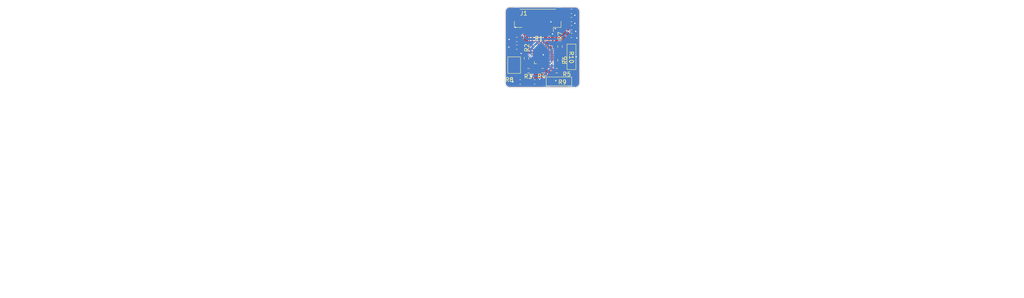
<source format=kicad_pcb>
(kicad_pcb (version 20211014) (generator pcbnew)
  (title_block (title "Geomagnetometer") (date "2022-07-09") (rev "1.0.1"))
  (layers (0 "F.Cu" signal) (31 "B.Cu" signal) (34 "B.Paste" user) (35 "F.Paste" user) (36 "B.SilkS" user "B.Silkscreen") (37 "F.SilkS" user "F.Silkscreen") (38 "B.Mask" user) (39 "F.Mask" user) (44 "Edge.Cuts" user))
  (net 0 "")
  (net 1 "+3.3VADC")
  (net 2 "GND")
  (net 3 "/CLK")
  (net 4 "/MISO")
  (net 5 "/MOSI")
  (net 6 "/CS")
  (net 7 "Net-(R1-Pad1)")
  (net 8 "Net-(R2-Pad1)")
  (net 9 "Net-(R2-Pad2)")
  (net 10 "Net-(R3-Pad1)")
  (net 11 "Net-(R3-Pad2)")
  (net 12 "Net-(R4-Pad1)")
  (net 13 "Net-(R4-Pad2)")
  (net 14 "Net-(R5-Pad1)")
  (net 15 "Net-(R5-Pad2)")
  (net 16 "Net-(R6-Pad1)")
  (net 17 "Net-(R10-Pad2)")
  (net 18 "Net-(R7-Pad1)")
  (net 19 "Net-(R10-Pad1)")
  (footprint "ControlBoard:QFN-28-1EP_4x4mm_P0.4mm_EP2.4x2.4mm" (layer "F.Cu") (at 149.32 108.16)
    (fp_text reference "U1" hide)
    (fp_text value "RM3100_13156")
    (fp_line (start -2.11 2.11) (end -2.11 1.585) (layer "F.SilkS") (width 0.12))
    (fp_line (start -1.585 2.11) (end -2.11 2.11) (layer "F.SilkS") (width 0.12))
    (fp_line (start -1.585 -2.11) (end -2.11 -2.11) (layer "F.SilkS") (width 0.12))
    (fp_line (start 2.11 2.11) (end 2.11 1.585) (layer "F.SilkS") (width 0.12))
    (fp_line (start 1.585 -2.11) (end 2.11 -2.11) (layer "F.SilkS") (width 0.12))
    (fp_line (start 2.11 -2.11) (end 2.11 -1.585) (layer "F.SilkS") (width 0.12))
    (fp_line (start 1.585 2.11) (end 2.11 2.11) (layer "F.SilkS") (width 0.12))
    (pad "1" smd roundrect (at -1.9375 -1.2) (size 0.825 0.25) (layers "F.Cu" "F.Paste" "F.Mask") (net 5 "/MOSI"))
    (pad "2" smd roundrect (at -1.9375 -0.8) (size 0.825 0.25) (layers "F.Cu" "F.Paste" "F.Mask") (net 2 "GND"))
    (pad "3" smd roundrect (at -1.9375 -0.4) (size 0.825 0.25) (layers "F.Cu" "F.Paste" "F.Mask") (net 6 "/CS"))
    (pad "4" smd roundrect (at -1.9375 0) (size 0.825 0.25) (layers "F.Cu" "F.Paste" "F.Mask") (net 1 "+3.3VADC"))
    (pad "5" smd roundrect (at -1.9375 0.4) (size 0.825 0.25) (layers "F.Cu" "F.Paste" "F.Mask") (net 2 "GND"))
    (pad "6" smd roundrect (at -1.9375 0.8) (size 0.825 0.25) (layers "F.Cu" "F.Paste" "F.Mask") (net 8 "Net-(R2-Pad1)"))
    (pad "7" smd roundrect (at -1.9375 1.2) (size 0.825 0.25) (layers "F.Cu" "F.Paste" "F.Mask") (net 9 "Net-(R2-Pad2)"))
    (pad "8" smd roundrect (at -1.2 1.9375) (size 0.25 0.825) (layers "F.Cu" "F.Paste" "F.Mask") (net 11 "Net-(R3-Pad2)"))
    (pad "9" smd roundrect (at -0.8 1.9375) (size 0.25 0.825) (layers "F.Cu" "F.Paste" "F.Mask") (net 10 "Net-(R3-Pad1)"))
    (pad "10" smd roundrect (at -0.4 1.9375) (size 0.25 0.825) (layers "F.Cu" "F.Paste" "F.Mask") (net 12 "Net-(R4-Pad1)"))
    (pad "11" smd roundrect (at 0 1.9375) (size 0.25 0.825) (layers "F.Cu" "F.Paste" "F.Mask") (net 13 "Net-(R4-Pad2)"))
    (pad "12" smd roundrect (at 0.4 1.9375) (size 0.25 0.825) (layers "F.Cu" "F.Paste" "F.Mask") (net 15 "Net-(R5-Pad2)"))
    (pad "13" smd roundrect (at 0.8 1.9375) (size 0.25 0.825) (layers "F.Cu" "F.Paste" "F.Mask") (net 14 "Net-(R5-Pad1)"))
    (pad "14" smd roundrect (at 1.2 1.9375) (size 0.25 0.825) (layers "F.Cu" "F.Paste" "F.Mask") (net 1 "+3.3VADC"))
    (pad "15" smd roundrect (at 1.9375 1.2) (size 0.825 0.25) (layers "F.Cu" "F.Paste" "F.Mask") (net 16 "Net-(R6-Pad1)"))
    (pad "16" smd roundrect (at 1.9375 0.8) (size 0.825 0.25) (layers "F.Cu" "F.Paste" "F.Mask") (net 17 "Net-(R10-Pad2)"))
    (pad "17" smd roundrect (at 1.9375 0.4) (size 0.825 0.25) (layers "F.Cu" "F.Paste" "F.Mask") (net 19 "Net-(R10-Pad1)"))
    (pad "18" smd roundrect (at 1.9375 0) (size 0.825 0.25) (layers "F.Cu" "F.Paste" "F.Mask") (net 18 "Net-(R7-Pad1)"))
    (pad "19" smd roundrect (at 1.9375 -0.4) (size 0.825 0.25) (layers "F.Cu" "F.Paste" "F.Mask") (net 2 "GND"))
    (pad "20" smd roundrect (at 1.9375 -0.8) (size 0.825 0.25) (layers "F.Cu" "F.Paste" "F.Mask") (net 2 "GND"))
    (pad "21" smd roundrect (at 1.9375 -1.2) (size 0.825 0.25) (layers "F.Cu" "F.Paste" "F.Mask"))
    (pad "22" smd roundrect (at 1.2 -1.9375) (size 0.25 0.825) (layers "F.Cu" "F.Paste" "F.Mask") (net 2 "GND"))
    (pad "23" smd roundrect (at 0.8 -1.9375) (size 0.25 0.825) (layers "F.Cu" "F.Paste" "F.Mask"))
    (pad "24" smd roundrect (at 0.4 -1.9375) (size 0.25 0.825) (layers "F.Cu" "F.Paste" "F.Mask"))
    (pad "25" smd roundrect (at 0 -1.9375) (size 0.25 0.825) (layers "F.Cu" "F.Paste" "F.Mask") (net 7 "Net-(R1-Pad1)"))
    (pad "26" smd roundrect (at -0.4 -1.9375) (size 0.25 0.825) (layers "F.Cu" "F.Paste" "F.Mask") (net 1 "+3.3VADC"))
    (pad "27" smd roundrect (at -0.8 -1.9375) (size 0.25 0.825) (layers "F.Cu" "F.Paste" "F.Mask") (net 3 "/CLK"))
    (pad "28" smd roundrect (at -1.2 -1.9375) (size 0.25 0.825) (layers "F.Cu" "F.Paste" "F.Mask") (net 4 "/MISO"))
    (pad "29" smd rect (at 0 0) (size 2.45 2.45) (layers "F.Cu" "F.Mask") (net 2 "GND"))
  )
  (footprint "ControlBoard:C_0603_1608Metric" (layer "F.Cu") (at 143.05 104.55 180)
    (fp_text reference "C7" hide)
    (fp_text value "4.7uF")
    (fp_line (start -0.14058 0.51) (end 0.14058 0.51) (layer "F.SilkS") (width 0.12))
    (fp_line (start -0.14058 -0.51) (end 0.14058 -0.51) (layer "F.SilkS") (width 0.12))
    (pad "1" smd roundrect (at -0.775 0 180) (size 0.9 0.95) (layers "F.Cu" "F.Paste" "F.Mask") (net 1 "+3.3VADC"))
    (pad "2" smd roundrect (at 0.775 0 180) (size 0.9 0.95) (layers "F.Cu" "F.Paste" "F.Mask") (net 2 "GND"))
  )
  (footprint "ControlBoard:PN13104" (layer "F.Cu") (at 155.9 114.5 180)
    (fp_text reference "R9" (at 2.1 -0.1 unlocked) (layer "F.SilkS"))
    (fp_text value "PN13104(XY)")
    (fp_rect (start -0.1 -1) (end 5.9 1.1) (layer "F.SilkS") (width 0.12) (fill none))
    (pad "1" smd rect (at 0 0 180) (size 1.4 1.7) (layers "F.Cu" "F.Paste" "F.Mask") (net 15 "Net-(R5-Pad2)"))
    (pad "2" smd rect (at 5.8 0 180) (size 1.4 1.7) (layers "F.Cu" "F.Paste" "F.Mask") (net 13 "Net-(R4-Pad2)"))
  )
  (footprint "ControlBoard:C_0603_1608Metric" (layer "F.Cu") (at 155.95 103.6)
    (fp_text reference "C1" hide)
    (fp_text value "10uF")
    (fp_line (start -0.14058 0.51) (end 0.14058 0.51) (layer "F.SilkS") (width 0.12))
    (fp_line (start -0.14058 -0.51) (end 0.14058 -0.51) (layer "F.SilkS") (width 0.12))
    (pad "1" smd roundrect (at -0.775 0) (size 0.9 0.95) (layers "F.Cu" "F.Paste" "F.Mask") (net 1 "+3.3VADC"))
    (pad "2" smd roundrect (at 0.775 0) (size 0.9 0.95) (layers "F.Cu" "F.Paste" "F.Mask") (net 2 "GND"))
  )
  (footprint "ControlBoard:PN13104" (layer "F.Cu") (at 156 105.75 -90)
    (fp_text reference "R10" (at 3.005 0.075 -90 unlocked) (layer "F.SilkS"))
    (fp_text value "PN13104(XY)")
    (fp_rect (start -0.1 -1) (end 5.9 1.1) (layer "F.SilkS") (width 0.12) (fill none))
    (pad "1" smd rect (at 0 0 270) (size 1.4 1.7) (layers "F.Cu" "F.Paste" "F.Mask") (net 19 "Net-(R10-Pad1)"))
    (pad "2" smd rect (at 5.8 0 270) (size 1.4 1.7) (layers "F.Cu" "F.Paste" "F.Mask") (net 17 "Net-(R10-Pad2)"))
  )
  (footprint "ControlBoard:R_0603_1608Metric" (layer "F.Cu") (at 153.25 106.2 -90)
    (fp_text reference "R7" (at -2.5 -0.05 90) (layer "F.SilkS"))
    (fp_text value "121R")
    (fp_line (start -0.237258 -0.5225) (end 0.237258 -0.5225) (layer "F.SilkS") (width 0.12))
    (fp_line (start -0.237258 0.5225) (end 0.237258 0.5225) (layer "F.SilkS") (width 0.12))
    (pad "1" smd roundrect (at -0.825 0 270) (size 0.8 0.95) (layers "F.Cu" "F.Paste" "F.Mask") (net 18 "Net-(R7-Pad1)"))
    (pad "2" smd roundrect (at 0.825 0 270) (size 0.8 0.95) (layers "F.Cu" "F.Paste" "F.Mask") (net 19 "Net-(R10-Pad1)"))
  )
  (footprint "ControlBoard:R_0603_1608Metric" (layer "F.Cu") (at 153.25 109.45 90)
    (fp_text reference "R6" (at 0 1.15 90) (layer "F.SilkS"))
    (fp_text value "121R")
    (fp_line (start -0.237258 0.5225) (end 0.237258 0.5225) (layer "F.SilkS") (width 0.12))
    (fp_line (start -0.237258 -0.5225) (end 0.237258 -0.5225) (layer "F.SilkS") (width 0.12))
    (pad "1" smd roundrect (at -0.825 0 90) (size 0.8 0.95) (layers "F.Cu" "F.Paste" "F.Mask") (net 16 "Net-(R6-Pad1)"))
    (pad "2" smd roundrect (at 0.825 0 90) (size 0.8 0.95) (layers "F.Cu" "F.Paste" "F.Mask") (net 17 "Net-(R10-Pad2)"))
  )
  (footprint "ControlBoard:R_0603_1608Metric" (layer "F.Cu") (at 145.825 111.9 180)
    (fp_text reference "R3" (at 0.075 -1.4) (layer "F.SilkS"))
    (fp_text value "121R")
    (fp_line (start -0.237258 -0.5225) (end 0.237258 -0.5225) (layer "F.SilkS") (width 0.12))
    (fp_line (start -0.237258 0.5225) (end 0.237258 0.5225) (layer "F.SilkS") (width 0.12))
    (pad "1" smd roundrect (at -0.825 0 180) (size 0.8 0.95) (layers "F.Cu" "F.Paste" "F.Mask") (net 10 "Net-(R3-Pad1)"))
    (pad "2" smd roundrect (at 0.825 0 180) (size 0.8 0.95) (layers "F.Cu" "F.Paste" "F.Mask") (net 11 "Net-(R3-Pad2)"))
  )
  (footprint "ControlBoard:PN13101" (layer "F.Cu") (at 142.45 111.95 90)
    (fp_text reference "R8" (at -2.1 -1.15 unlocked) (layer "F.SilkS"))
    (fp_text value "PN13101(Z)")
    (fp_rect (start -0.6 -1.5) (end 3.3 1.5) (layer "F.SilkS") (width 0.12) (fill none))
    (pad "1" smd rect (at 0 0 90) (size 2.4 1.95) (layers "F.Cu" "F.Paste" "F.Mask") (net 11 "Net-(R3-Pad2)"))
    (pad "2" smd rect (at 2.8 0 90) (size 2.4 1.95) (layers "F.Cu" "F.Paste" "F.Mask") (net 9 "Net-(R2-Pad2)"))
  )
  (footprint "ControlBoard:R_0603_1608Metric" (layer "F.Cu") (at 145.35 109 -90)
    (fp_text reference "R2" (at -2.5 -0.1 90) (layer "F.SilkS"))
    (fp_text value "121R")
    (fp_line (start -0.237258 0.5225) (end 0.237258 0.5225) (layer "F.SilkS") (width 0.12))
    (fp_line (start -0.237258 -0.5225) (end 0.237258 -0.5225) (layer "F.SilkS") (width 0.12))
    (pad "1" smd roundrect (at -0.825 0 270) (size 0.8 0.95) (layers "F.Cu" "F.Paste" "F.Mask") (net 8 "Net-(R2-Pad1)"))
    (pad "2" smd roundrect (at 0.825 0 270) (size 0.8 0.95) (layers "F.Cu" "F.Paste" "F.Mask") (net 9 "Net-(R2-Pad2)"))
  )
  (footprint "ControlBoard:C_0603_1608Metric" (layer "F.Cu") (at 155.95 101.75)
    (fp_text reference "C3" hide)
    (fp_text value "10uF")
    (fp_line (start -0.14058 0.51) (end 0.14058 0.51) (layer "F.SilkS") (width 0.12))
    (fp_line (start -0.14058 -0.51) (end 0.14058 -0.51) (layer "F.SilkS") (width 0.12))
    (pad "1" smd roundrect (at -0.775 0) (size 0.9 0.95) (layers "F.Cu" "F.Paste" "F.Mask") (net 1 "+3.3VADC"))
    (pad "2" smd roundrect (at 0.775 0) (size 0.9 0.95) (layers "F.Cu" "F.Paste" "F.Mask") (net 2 "GND"))
  )
  (footprint "ControlBoard:C_0603_1608Metric" (layer "F.Cu") (at 143.875 114.55 180)
    (fp_text reference "C2" hide)
    (fp_text value "1uF")
    (fp_line (start -0.14058 0.51) (end 0.14058 0.51) (layer "F.SilkS") (width 0.12))
    (fp_line (start -0.14058 -0.51) (end 0.14058 -0.51) (layer "F.SilkS") (width 0.12))
    (pad "1" smd roundrect (at -0.775 0 180) (size 0.9 0.95) (layers "F.Cu" "F.Paste" "F.Mask") (net 1 "+3.3VADC"))
    (pad "2" smd roundrect (at 0.775 0 180) (size 0.9 0.95) (layers "F.Cu" "F.Paste" "F.Mask") (net 2 "GND"))
  )
  (footprint "ControlBoard:C_0603_1608Metric" (layer "F.Cu") (at 155.925 99.85)
    (fp_text reference "C4" hide)
    (fp_text value "1uF")
    (fp_line (start -0.14058 -0.51) (end 0.14058 -0.51) (layer "F.SilkS") (width 0.12))
    (fp_line (start -0.14058 0.51) (end 0.14058 0.51) (layer "F.SilkS") (width 0.12))
    (pad "1" smd roundrect (at -0.775 0) (size 0.9 0.95) (layers "F.Cu" "F.Paste" "F.Mask") (net 1 "+3.3VADC"))
    (pad "2" smd roundrect (at 0.775 0) (size 0.9 0.95) (layers "F.Cu" "F.Paste" "F.Mask") (net 2 "GND"))
  )
  (footprint "ControlBoard:C_0603_1608Metric" (layer "F.Cu") (at 147.275 114.55)
    (fp_text reference "C6" hide)
    (fp_text value "100nF")
    (fp_line (start -0.14058 -0.51) (end 0.14058 -0.51) (layer "F.SilkS") (width 0.12))
    (fp_line (start -0.14058 0.51) (end 0.14058 0.51) (layer "F.SilkS") (width 0.12))
    (pad "1" smd roundrect (at -0.775 0) (size 0.9 0.95) (layers "F.Cu" "F.Paste" "F.Mask") (net 1 "+3.3VADC"))
    (pad "2" smd roundrect (at 0.775 0) (size 0.9 0.95) (layers "F.Cu" "F.Paste" "F.Mask") (net 2 "GND"))
  )
  (footprint "ControlBoard:R_0603_1608Metric" (layer "F.Cu") (at 149.15 111.9)
    (fp_text reference "R4" (at -0.25 1.35) (layer "F.SilkS"))
    (fp_text value "121R")
    (fp_line (start -0.237258 -0.5225) (end 0.237258 -0.5225) (layer "F.SilkS") (width 0.12))
    (fp_line (start -0.237258 0.5225) (end 0.237258 0.5225) (layer "F.SilkS") (width 0.12))
    (pad "1" smd roundrect (at -0.825 0) (size 0.8 0.95) (layers "F.Cu" "F.Paste" "F.Mask") (net 12 "Net-(R4-Pad1)"))
    (pad "2" smd roundrect (at 0.825 0) (size 0.8 0.95) (layers "F.Cu" "F.Paste" "F.Mask") (net 13 "Net-(R4-Pad2)"))
  )
  (footprint "ControlBoard:C_0603_1608Metric" (layer "F.Cu") (at 155.925 97.95)
    (fp_text reference "C8" hide)
    (fp_text value "100nF")
    (fp_line (start -0.14058 0.51) (end 0.14058 0.51) (layer "F.SilkS") (width 0.12))
    (fp_line (start -0.14058 -0.51) (end 0.14058 -0.51) (layer "F.SilkS") (width 0.12))
    (pad "1" smd roundrect (at -0.775 0) (size 0.9 0.95) (layers "F.Cu" "F.Paste" "F.Mask") (net 1 "+3.3VADC"))
    (pad "2" smd roundrect (at 0.775 0) (size 0.9 0.95) (layers "F.Cu" "F.Paste" "F.Mask") (net 2 "GND"))
  )
  (footprint "ControlBoard:R_0603_1608Metric" (layer "F.Cu") (at 152.45 111.9 180)
    (fp_text reference "R5" (at -2.4 -0.85) (layer "F.SilkS"))
    (fp_text value "121R")
    (fp_line (start -0.237258 0.5225) (end 0.237258 0.5225) (layer "F.SilkS") (width 0.12))
    (fp_line (start -0.237258 -0.5225) (end 0.237258 -0.5225) (layer "F.SilkS") (width 0.12))
    (pad "1" smd roundrect (at -0.825 0 180) (size 0.8 0.95) (layers "F.Cu" "F.Paste" "F.Mask") (net 14 "Net-(R5-Pad1)"))
    (pad "2" smd roundrect (at 0.825 0 180) (size 0.8 0.95) (layers "F.Cu" "F.Paste" "F.Mask") (net 15 "Net-(R5-Pad2)"))
  )
  (footprint "ControlBoard:C_0603_1608Metric" (layer "F.Cu") (at 143.05 106.35 180)
    (fp_text reference "C5" hide)
    (fp_text value "4.7uF")
    (fp_line (start -0.14058 -0.51) (end 0.14058 -0.51) (layer "F.SilkS") (width 0.12))
    (fp_line (start -0.14058 0.51) (end 0.14058 0.51) (layer "F.SilkS") (width 0.12))
    (pad "1" smd roundrect (at -0.775 0 180) (size 0.9 0.95) (layers "F.Cu" "F.Paste" "F.Mask") (net 1 "+3.3VADC"))
    (pad "2" smd roundrect (at 0.775 0 180) (size 0.9 0.95) (layers "F.Cu" "F.Paste" "F.Mask") (net 2 "GND"))
  )
  (footprint "ControlBoard:R_0603_1608Metric" (layer "F.Cu") (at 150.7 104.3)
    (fp_text reference "R1" (at -2.45 0.05) (layer "F.SilkS"))
    (fp_text value "33kR")
    (fp_line (start -0.237258 -0.5225) (end 0.237258 -0.5225) (layer "F.SilkS") (width 0.12))
    (fp_line (start -0.237258 0.5225) (end 0.237258 0.5225) (layer "F.SilkS") (width 0.12))
    (pad "1" smd roundrect (at -0.825 0) (size 0.8 0.95) (layers "F.Cu" "F.Paste" "F.Mask") (net 7 "Net-(R1-Pad1)"))
    (pad "2" smd roundrect (at 0.825 0) (size 0.8 0.95) (layers "F.Cu" "F.Paste" "F.Mask") (net 2 "GND"))
  )
  (footprint "Connector_JST:JST_GH_SM06B-GHS-TB_1x06-1MP_P1.25mm_Horizontal" (layer "F.Cu") (at 148 100 180)
    (fp_text reference "J1" (at 3.3 1.6) (layer "F.SilkS"))
    (fp_text value "Conn_01x06")
    (fp_line (start -5.485 -0.26) (end -5.485 -1.71) (layer "F.SilkS") (width 0.12))
    (fp_line (start -3.685 -1.71) (end -3.685 -2.7) (layer "F.SilkS") (width 0.12))
    (fp_line (start 5.485 -1.71) (end 3.685 -1.71) (layer "F.SilkS") (width 0.12))
    (fp_line (start -4.215 2.56) (end 4.215 2.56) (layer "F.SilkS") (width 0.12))
    (fp_line (start -5.485 -1.71) (end -3.685 -1.71) (layer "F.SilkS") (width 0.12))
    (fp_line (start 5.485 -0.26) (end 5.485 -1.71) (layer "F.SilkS") (width 0.12))
    (pad "1" smd roundrect (at -3.125 -1.85 180) (size 0.6 1.7) (layers "F.Cu" "F.Paste" "F.Mask") (net 2 "GND"))
    (pad "2" smd roundrect (at -1.875 -1.85 180) (size 0.6 1.7) (layers "F.Cu" "F.Paste" "F.Mask") (net 3 "/CLK"))
    (pad "3" smd roundrect (at -0.625 -1.85 180) (size 0.6 1.7) (layers "F.Cu" "F.Paste" "F.Mask") (net 4 "/MISO"))
    (pad "4" smd roundrect (at 0.625 -1.85 180) (size 0.6 1.7) (layers "F.Cu" "F.Paste" "F.Mask") (net 5 "/MOSI"))
    (pad "5" smd roundrect (at 1.875 -1.85 180) (size 0.6 1.7) (layers "F.Cu" "F.Paste" "F.Mask") (net 6 "/CS"))
    (pad "6" smd roundrect (at 3.125 -1.85 180) (size 0.6 1.7) (layers "F.Cu" "F.Paste" "F.Mask") (net 1 "+3.3VADC"))
    (pad "MP" smd roundrect (at -4.975 1.35 180) (size 1 2.7) (layers "F.Cu" "F.Paste" "F.Mask"))
    (pad "MP" smd roundrect (at 4.975 1.35 180) (size 1 2.7) (layers "F.Cu" "F.Paste" "F.Mask"))
  )
  (gr_line (start 141.4 96.85) (end 156.85 96.85) (layer "Edge.Cuts") (width 0.1))
  (gr_arc (start 156.85 96.85) (mid 157.627817 97.172183) (end 157.95 97.95) (layer "Edge.Cuts") (width 0.1))
  (gr_line (start 156.85 115.9) (end 141.4 115.9) (layer "Edge.Cuts") (width 0.1))
  (gr_arc (start 141.4 115.9) (mid 140.622183 115.577817) (end 140.3 114.8) (layer "Edge.Cuts") (width 0.1))
  (gr_line (start 140.3 114.8) (end 140.3 97.95) (layer "Edge.Cuts") (width 0.1))
  (gr_arc (start 157.95 114.8) (mid 157.627817 115.577817) (end 156.85 115.9) (layer "Edge.Cuts") (width 0.1))
  (gr_line (start 157.95 97.95) (end 157.95 114.8) (layer "Edge.Cuts") (width 0.1))
  (gr_arc (start 140.3 97.95) (mid 140.622183 97.172183) (end 141.4 96.85) (layer "Edge.Cuts") (width 0.1))
  (segment (start 155.175 103.6) (end 155.175 102.65) (width 0.5) (layer "F.Cu") (net 1))
  (segment (start 146.44 108.16) (end 147.3825 108.16) (width 0.2) (layer "F.Cu") (net 1))
  (segment (start 150.52 110.0975) (end 151.2475 110.0975) (width 0.2) (layer "F.Cu") (net 1))
  (segment (start 155.175 97.975) (end 155.15 97.95) (width 0.5) (layer "F.Cu") (net 1))
  (segment (start 148.92 104.62) (end 148.75 104.45) (width 0.2) (layer "F.Cu") (net 1))
  (segment (start 144.875 103.5) (end 144.6375 103.7375) (width 0.5) (layer "F.Cu") (net 1))
  (segment (start 146.65 114.4) (end 146.5 114.55) (width 0.5) (layer "F.Cu") (net 1))
  (segment (start 148.92 106.2225) (end 148.92 104.62) (width 0.2) (layer "F.Cu") (net 1))
  (segment (start 151.2475 110.0975) (end 151.3 110.15) (width 0.2) (layer "F.Cu") (net 1))
  (segment (start 144.6375 103.7375) (end 143.825 104.55) (width 0.5) (layer "F.Cu") (net 1))
  (segment (start 146.65 113.15) (end 146.65 114.4) (width 0.5) (layer "F.Cu") (net 1))
  (segment (start 155.175 102.65) (end 155.175 97.975) (width 0.5) (layer "F.Cu") (net 1))
  (segment (start 144.875 101.85) (end 144.875 103.5) (width 0.5) (layer "F.Cu") (net 1))
  (segment (start 146.35 108.25) (end 146.44 108.16) (width 0.2) (layer "F.Cu") (net 1))
  (segment (start 143.825 104.55) (end 143.825 106.35) (width 0.5) (layer "F.Cu") (net 1))
  (segment (start 144.706427 106.35) (end 143.825 106.35) (width 0.3) (layer "F.Cu") (net 1))
  (segment (start 144.65 114.55) (end 146.5 114.55) (width 0.5) (layer "F.Cu") (net 1))
  (segment (start 146.35 108.25) (end 146.35 107.993573) (width 0.3) (layer "F.Cu") (net 1))
  (segment (start 146.35 107.993573) (end 144.706427 106.35) (width 0.3) (layer "F.Cu") (net 1))
  (via (at 155.175 102.65) (size 0.6) (drill 0.3) (layers "F.Cu" "B.Cu") (net 1))
  (via (at 144.6375 103.7375) (size 0.6) (drill 0.3) (layers "F.Cu" "B.Cu") (net 1))
  (via (at 146.65 113.15) (size 0.6) (drill 0.3) (layers "F.Cu" "B.Cu") (net 1))
  (via (at 148.75 104.45) (size 0.6) (drill 0.3) (layers "F.Cu" "B.Cu") (net 1))
  (via (at 151.3 110.15) (size 0.6) (drill 0.3) (layers "F.Cu" "B.Cu") (net 1))
  (via (at 146.35 108.25) (size 0.6) (drill 0.3) (layers "F.Cu" "B.Cu") (net 1))
  (segment (start 151.3 111.2) (end 149.3 113.2) (width 0.5) (layer "B.Cu") (net 1))
  (segment (start 151.3 110.15) (end 151.3 111.2) (width 0.5) (layer "B.Cu") (net 1))
  (segment (start 148.75 104.45) (end 151.3 107) (width 0.5) (layer "B.Cu") (net 1))
  (segment (start 146.35 106.85) (end 148.75 104.45) (width 0.5) (layer "B.Cu") (net 1))
  (segment (start 145.35 104.45) (end 144.6375 103.7375) (width 0.5) (layer "B.Cu") (net 1))
  (segment (start 146.7 113.2) (end 146.65 113.15) (width 0.5) (layer "B.Cu") (net 1))
  (segment (start 155.175 102.65) (end 153.375 104.45) (width 0.5) (layer "B.Cu") (net 1))
  (segment (start 149.3 113.2) (end 146.7 113.2) (width 0.5) (layer "B.Cu") (net 1))
  (segment (start 151.3 107) (end 151.3 110.15) (width 0.5) (layer "B.Cu") (net 1))
  (segment (start 153.375 104.45) (end 148.75 104.45) (width 0.5) (layer "B.Cu") (net 1))
  (segment (start 146.35 108.25) (end 146.35 106.85) (width 0.5) (layer "B.Cu") (net 1))
  (segment (start 148.75 104.45) (end 145.35 104.45) (width 0.5) (layer "B.Cu") (net 1))
  (segment (start 150.52 106.96) (end 149.32 108.16) (width 0.2) (layer "F.Cu") (net 2))
  (segment (start 147.3825 107.36) (end 148.52 107.36) (width 0.2) (layer "F.Cu") (net 2))
  (segment (start 150.52 106.2225) (end 150.52 106.96) (width 0.2) (layer "F.Cu") (net 2))
  (segment (start 149.72 107.76) (end 149.32 108.16) (width 0.2) (layer "F.Cu") (net 2))
  (segment (start 151.2575 107.76) (end 149.72 107.76) (width 0.2) (layer "F.Cu") (net 2))
  (segment (start 148.92 108.56) (end 149.315 108.165) (width 0.2) (layer "F.Cu") (net 2))
  (segment (start 147.3825 108.56) (end 148.92 108.56) (width 0.2) (layer "F.Cu") (net 2))
  (segment (start 149.315 108.165) (end 149.32 108.16) (width 0.2) (layer "F.Cu") (net 2))
  (segment (start 148.52 107.36) (end 149.32 108.16) (width 0.2) (layer "F.Cu") (net 2))
  (segment (start 150.12 107.36) (end 149.32 108.16) (width 0.2) (layer "F.Cu") (net 2))
  (segment (start 151.2575 107.36) (end 150.12 107.36) (width 0.2) (layer "F.Cu") (net 2))
  (via (at 148.45 113.9) (size 0.6) (drill 0.3) (layers "F.Cu" "B.Cu") (net 2))
  (via (at 141.25 104.55) (size 0.6) (drill 0.3) (layers "F.Cu" "B.Cu") (net 2))
  (via (at 157.2 104.2) (size 0.6) (drill 0.3) (layers "F.Cu" "B.Cu") (net 2))
  (via (at 142.15 114.55) (size 0.6) (drill 0.3) (layers "F.Cu" "B.Cu") (net 2))
  (via (at 151.5 103.25) (size 0.6) (drill 0.3) (layers "F.Cu" "B.Cu") (net 2))
  (via (at 156.75 100.75) (size 0.6) (drill 0.3) (layers "F.Cu" "B.Cu") (net 2))
  (via (at 142.75 101.7) (size 0.6) (drill 0.3) (layers "F.Cu" "B.Cu") (net 2))
  (via (at 144.1 107.85) (size 0.6) (drill 0.3) (layers "F.Cu" "B.Cu") (net 2))
  (via (at 156.75 98.85) (size 0.6) (drill 0.3) (layers "F.Cu" "B.Cu") (net 2))
  (via (at 152.15 102) (size 0.6) (drill 0.3) (layers "F.Cu" "B.Cu") (net 2))
  (via (at 151.1 100.4) (size 0.6) (drill 0.3) (layers "F.Cu" "B.Cu") (net 2))
  (via (at 141.2 106.35) (size 0.6) (drill 0.3) (layers "F.Cu" "B.Cu") (net 2))
  (via (at 157.05 108.6) (size 0.6) (drill 0.3) (layers "F.Cu" "B.Cu") (net 2))
  (via (at 152.25 114.25) (size 0.6) (drill 0.3) (layers "F.Cu" "B.Cu") (net 2))
  (via (at 156.95 102.65) (size 0.6) (drill 0.3) (layers "F.Cu" "B.Cu") (net 2))
  (via (at 149.315 108.165) (size 0.6) (drill 0.3) (layers "F.Cu" "B.Cu") (net 2))
  (segment (start 148 104.2) (end 149.875 102.325) (width 0.2) (layer "F.Cu") (net 3))
  (segment (start 149.875 102.325) (end 149.875 101.85) (width 0.2) (layer "F.Cu") (net 3))
  (segment (start 148 104.7) (end 148 104.2) (width 0.2) (layer "F.Cu") (net 3))
  (segment (start 148.52 106.2225) (end 148.52 105.22) (width 0.2) (layer "F.Cu") (net 3))
  (segment (start 148.52 105.22) (end 148 104.7) (width 0.2) (layer "F.Cu") (net 3))
  (segment (start 148.625 102.975) (end 148.625 101.85) (width 0.2) (layer "F.Cu") (net 4))
  (segment (start 147.55 104.95) (end 147.55 104.05) (width 0.2) (layer "F.Cu") (net 4))
  (segment (start 147.55 104.05) (end 148.625 102.975) (width 0.2) (layer "F.Cu") (net 4))
  (segment (start 148.12 106.2225) (end 148.12 105.52) (width 0.2) (layer "F.Cu") (net 4))
  (segment (start 148.12 105.52) (end 147.55 104.95) (width 0.2) (layer "F.Cu") (net 4))
  (segment (start 146.7 104.05) (end 147.375 103.375) (width 0.2) (layer "F.Cu") (net 5))
  (segment (start 147.3825 106.96) (end 146.91 106.96) (width 0.2) (layer "F.Cu") (net 5))
  (segment (start 146.91 106.96) (end 146.7 106.75) (width 0.2) (layer "F.Cu") (net 5))
  (segment (start 146.7 106.75) (end 146.7 104.05) (width 0.2) (layer "F.Cu") (net 5))
  (segment (start 147.375 103.375) (end 147.375 101.85) (width 0.2) (layer "F.Cu") (net 5))
  (segment (start 146.86 107.76) (end 146.05 106.95) (width 0.2) (layer "F.Cu") (net 6))
  (segment (start 147.3825 107.76) (end 146.86 107.76) (width 0.2) (layer "F.Cu") (net 6))
  (segment (start 146.05 101.925) (end 146.125 101.85) (width 0.2) (layer "F.Cu") (net 6))
  (segment (start 146.05 106.95) (end 146.05 101.925) (width 0.2) (layer "F.Cu") (net 6))
  (segment (start 149.32 106.2225) (end 149.32 104.855) (width 0.2) (layer "F.Cu") (net 7))
  (segment (start 149.32 104.855) (end 149.875 104.3) (width 0.2) (layer "F.Cu") (net 7))
  (segment (start 147.3825 108.96) (end 146.11 108.96) (width 0.2) (layer "F.Cu") (net 8))
  (segment (start 146.11 108.96) (end 145.55 108.4) (width 0.2) (layer "F.Cu") (net 8))
  (segment (start 145.55 108.4) (end 145.55 108.175) (width 0.2) (layer "F.Cu") (net 8))
  (segment (start 145.35 109.825) (end 144.675 109.15) (width 0.2) (layer "F.Cu") (net 9))
  (segment (start 147.3825 109.36) (end 145.815 109.36) (width 0.2) (layer "F.Cu") (net 9))
  (segment (start 145.815 109.36) (end 145.35 109.825) (width 0.2) (layer "F.Cu") (net 9))
  (segment (start 144.675 109.15) (end 142.45 109.15) (width 0.2) (layer "F.Cu") (net 9))
  (segment (start 147.214283 111.9) (end 146.65 111.9) (width 0.2) (layer "F.Cu") (net 10))
  (segment (start 148.52 110.594283) (end 147.214283 111.9) (width 0.2) (layer "F.Cu") (net 10))
  (segment (start 148.52 110.0975) (end 148.52 110.594283) (width 0.2) (layer "F.Cu") (net 10))
  (segment (start 148.12 110.0975) (end 148.12 110.48) (width 0.2) (layer "F.Cu") (net 11))
  (segment (start 144.95 111.95) (end 142.45 111.95) (width 0.2) (layer "F.Cu") (net 11))
  (segment (start 147.8 110.8) (end 146.1 110.8) (width 0.2) (layer "F.Cu") (net 11))
  (segment (start 148.12 110.48) (end 147.8 110.8) (width 0.2) (layer "F.Cu") (net 11))
  (segment (start 145 111.9) (end 144.95 111.95) (width 0.2) (layer "F.Cu") (net 11))
  (segment (start 146.1 110.8) (end 145 111.9) (width 0.2) (layer "F.Cu") (net 11))
  (segment (start 148.92 110.0975) (end 148.92 111.305) (width 0.2) (layer "F.Cu") (net 12))
  (segment (start 148.92 111.305) (end 148.325 111.9) (width 0.2) (layer "F.Cu") (net 12))
  (segment (start 149.975 111.9) (end 150.1 112.025) (width 0.2) (layer "F.Cu") (net 13))
  (segment (start 149.32 111.245) (end 149.975 111.9) (width 0.2) (layer "F.Cu") (net 13))
  (segment (start 150.1 112.025) (end 150.1 114.5) (width 0.2) (layer "F.Cu") (net 13))
  (segment (start 149.32 110.0975) (end 149.32 111.245) (width 0.2) (layer "F.Cu") (net 13))
  (segment (start 150.12 110.551262) (end 150.368738 110.8) (width 0.2) (layer "F.Cu") (net 14))
  (segment (start 150.368738 110.8) (end 152.175 110.8) (width 0.2) (layer "F.Cu") (net 14))
  (segment (start 152.175 110.8) (end 153.275 111.9) (width 0.2) (layer "F.Cu") (net 14))
  (segment (start 150.12 110.0975) (end 150.12 110.551262) (width 0.2) (layer "F.Cu") (net 14))
  (segment (start 150.90048 111.17548) (end 151.625 111.9) (width 0.2) (layer "F.Cu") (net 15))
  (segment (start 149.72 110.0975) (end 149.72 110.67) (width 0.2) (layer "F.Cu") (net 15))
  (segment (start 154.225 114.5) (end 155.9 114.5) (width 0.2) (layer "F.Cu") (net 15))
  (segment (start 151.625 111.9) (end 154.225 114.5) (width 0.2) (layer "F.Cu") (net 15))
  (segment (start 149.72 110.67) (end 150.22548 111.17548) (width 0.2) (layer "F.Cu") (net 15))
  (segment (start 150.22548 111.17548) (end 150.90048 111.17548) (width 0.2) (layer "F.Cu") (net 15))
  (segment (start 152.335 109.36) (end 153.25 110.275) (width 0.2) (layer "F.Cu") (net 16))
  (segment (start 151.2575 109.36) (end 152.335 109.36) (width 0.2) (layer "F.Cu") (net 16))
  (segment (start 153.25 108.625) (end 154.425 108.625) (width 0.2) (layer "F.Cu") (net 17))
  (segment (start 152.575 108.625) (end 153.25 108.625) (width 0.2) (layer "F.Cu") (net 17))
  (segment (start 151.2575 108.96) (end 152.24 108.96) (width 0.2) (layer "F.Cu") (net 17))
  (segment (start 154.425 108.625) (end 156 110.2) (width 0.2) (layer "F.Cu") (net 17))
  (segment (start 156 110.2) (end 156 111.55) (width 0.2) (layer "F.Cu") (net 17))
  (segment (start 152.24 108.96) (end 152.575 108.625) (width 0.2) (layer "F.Cu") (net 17))
  (segment (start 151.79 108.16) (end 152.1 107.85) (width 0.2) (layer "F.Cu") (net 18))
  (segment (start 152.1 106.525) (end 153.25 105.375) (width 0.2) (layer "F.Cu") (net 18))
  (segment (start 151.2575 108.16) (end 151.79 108.16) (width 0.2) (layer "F.Cu") (net 18))
  (segment (start 152.1 107.85) (end 152.1 106.525) (width 0.2) (layer "F.Cu") (net 18))
  (segment (start 151.2575 108.56) (end 151.94 108.56) (width 0.2) (layer "F.Cu") (net 19))
  (segment (start 151.94 108.56) (end 153.25 107.25) (width 0.2) (layer "F.Cu") (net 19))
  (segment (start 156 106.5) (end 156 105.75) (width 0.2) (layer "F.Cu") (net 19))
  (segment (start 153.25 107.025) (end 155.475 107.025) (width 0.2) (layer "F.Cu") (net 19))
  (segment (start 155.475 107.025) (end 156 106.5) (width 0.2) (layer "F.Cu") (net 19))
  (segment (start 153.25 107.25) (end 153.25 107.025) (width 0.2) (layer "F.Cu") (net 19))
  (zone (net 2) (net_name "GND") (layers F&B.Cu) (connect_pads (clearance 0.2)) (min_thickness 0.2) (fill yes (thermal_gap 0.2) (thermal_bridge_width 0.3))
    (polygon (pts (xy 157.95 115.85) (xy 140.3 115.85) (xy 140.3 96.85) (xy 157.95 96.85)))
  )
)
</source>
